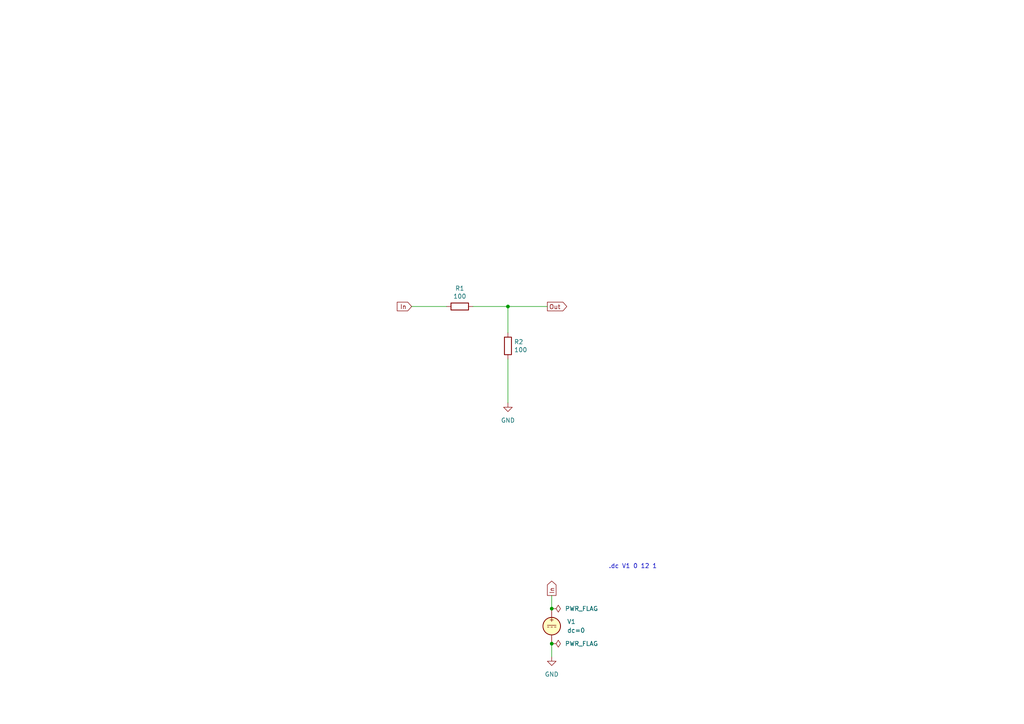
<source format=kicad_sch>
(kicad_sch (version 20230121) (generator eeschema)
  (paper "A4")
  (title_block (title "Simulation, DC sweep") (date "2024-02-27") (rev "1") (company "GitHub/OJStuff"))
  (lib_symbols
    (symbol "Device:R" (pin_numbers hide) (pin_names (offset 0))
      (property "Reference" "R" (at 2.032 0 90))
      (property "Value" "R" (at 0 0 90))
      (symbol "R_0_1"
        (rectangle (start -1.016 -2.54) (end 1.016 2.54) (stroke (width 0.254)))
      )
      (symbol "R_1_1"
        (pin passive line (at 0 3.81 270) (length 1.27) (name "~") (number "1"))
        (pin passive line (at 0 -3.81 90) (length 1.27) (name "~") (number "2"))
      )
    )
    (symbol "Simulation_SPICE:VDC" (pin_numbers hide) (pin_names (offset 0.0254))
      (property "Reference" "V" (at 2.54 2.54 0))
      (property "Value" "1" (at 2.54 0 0))
      (symbol "VDC_0_0"
        (polyline (pts (xy -1.27 0.254) (xy 1.27 0.254)))
        (polyline (pts (xy -0.762 -0.254) (xy -1.27 -0.254)))
        (polyline (pts (xy 0.254 -0.254) (xy -0.254 -0.254)))
        (polyline (pts (xy 1.27 -0.254) (xy 0.762 -0.254)))
        (text "+" (at 0 1.905 0) (effects (font (size 1.27 1.27))))
      )
      (symbol "VDC_0_1"
        (circle (center 0 0) (radius 2.54) (stroke (width 0.254)) (fill (type background)))
      )
      (symbol "VDC_1_1"
        (pin passive line (at 0 5.08 270) (length 2.54) (name "~") (number "1"))
        (pin passive line (at 0 -5.08 90) (length 2.54) (name "~") (number "2"))
      )
    )
    (symbol "power:GND" (power) (pin_names (offset 0))
      (property "Value" "GND" (at 0 -3.81 0))
      (symbol "GND_0_1"
        (polyline (pts (xy 0 0) (xy 0 -1.27) (xy 1.27 -1.27) (xy 0 -2.54) (xy -1.27 -1.27) (xy 0 -1.27)))
      )
      (symbol "GND_1_1"
        (pin power_in line (at 0 0 270) (length 0) hide (name "GND") (number "1"))
      )
    )
    (symbol "power:PWR_FLAG" (power) (pin_numbers hide) (pin_names (offset 0) hide)
      (property "Value" "PWR_FLAG" (at 0 3.81 0))
      (symbol "PWR_FLAG_0_0"
        (pin power_out line (at 0 0 90) (length 0) (name "pwr") (number "1"))
      )
      (symbol "PWR_FLAG_0_1"
        (polyline (pts (xy 0 0) (xy 0 1.27) (xy -1.016 1.905) (xy 0 2.54) (xy 1.016 1.905) (xy 0 1.27)))
      )
    )
  )
  (junction (at 160.02 176.53))
  (junction (at 160.02 186.69))
  (junction (at 147.32 88.9))
  (wire (pts (xy 147.32 88.9) (xy 147.32 96.52)))
  (wire (pts (xy 147.32 104.14) (xy 147.32 116.84)))
  (wire (pts (xy 160.02 172.72) (xy 160.02 176.53)))
  (wire (pts (xy 137.16 88.9) (xy 147.32 88.9)))
  (wire (pts (xy 160.02 186.69) (xy 160.02 190.5)))
  (wire (pts (xy 147.32 88.9) (xy 158.75 88.9)))
  (wire (pts (xy 119.38 88.9) (xy 129.54 88.9)))
  (text ".dc V1 0 12 1" (at 176.53 165.1 0) (effects (font (size 1.27 1.27)) (justify left bottom)))
  (global_label "Out" (shape output) (at 158.75 88.9 0) (property "Intersheetrefs" "${INTERSHEET_REFS}" (effects hide)))
  (global_label "In" (shape output) (at 160.02 172.72 90) (property "Intersheetrefs" "${INTERSHEET_REFS}" (effects hide)))
  (global_label "In" (shape input) (at 119.38 88.9 180) (property "Intersheetrefs" "${INTERSHEET_REFS}" (effects hide)))
  (symbol (lib_id "power:PWR_FLAG") (at 160.02 186.69 270) (unit 1)
    (property "Reference" "#FLG02" (effects hide))
    (property "Value" "PWR_FLAG" (at 163.83 186.69 90) (effects (justify left)))
  )
  (symbol (lib_id "power:GND") (at 147.32 116.84 0) (unit 1)
    (property "Reference" "#PWR01" (effects hide))
    (property "Value" "GND" (at 147.32 121.92 0))
  )
  (symbol (lib_id "Device:R") (at 147.32 100.33 0) (unit 1)
    (property "Reference" "R2" (at 149.098 99.1616 0) (effects (justify left)))
    (property "Value" "100" (at 149.098 101.473 0) (effects (justify left)))
  )
  (symbol (lib_id "Simulation_SPICE:VDC") (at 160.02 181.61 0) (unit 1)
    (property "Reference" "V1" (at 164.465 180.3042 0) (effects (justify left)))
    (property "Value" "dc=0" (at 164.465 182.8442 0) (effects (justify left)))
    (property "Sim.Pins" "1=+ 2=-" (effects hide))
    (property "Sim.Type" "DC" (effects hide))
    (property "Sim.Device" "V" (effects hide))
  )
  (symbol (lib_id "power:PWR_FLAG") (at 160.02 176.53 270) (unit 1)
    (property "Reference" "#FLG01" (effects hide))
    (property "Value" "PWR_FLAG" (at 163.83 176.53 90) (effects (justify left)))
  )
  (symbol (lib_id "Device:R") (at 133.35 88.9 270) (unit 1)
    (property "Reference" "R1" (at 133.35 83.6422 90))
    (property "Value" "100" (at 133.35 85.9536 90))
  )
  (symbol (lib_id "power:GND") (at 160.02 190.5 0) (unit 1)
    (property "Reference" "#PWR02" (effects hide))
    (property "Value" "GND" (at 160.02 195.58 0))
  )
)
</source>
